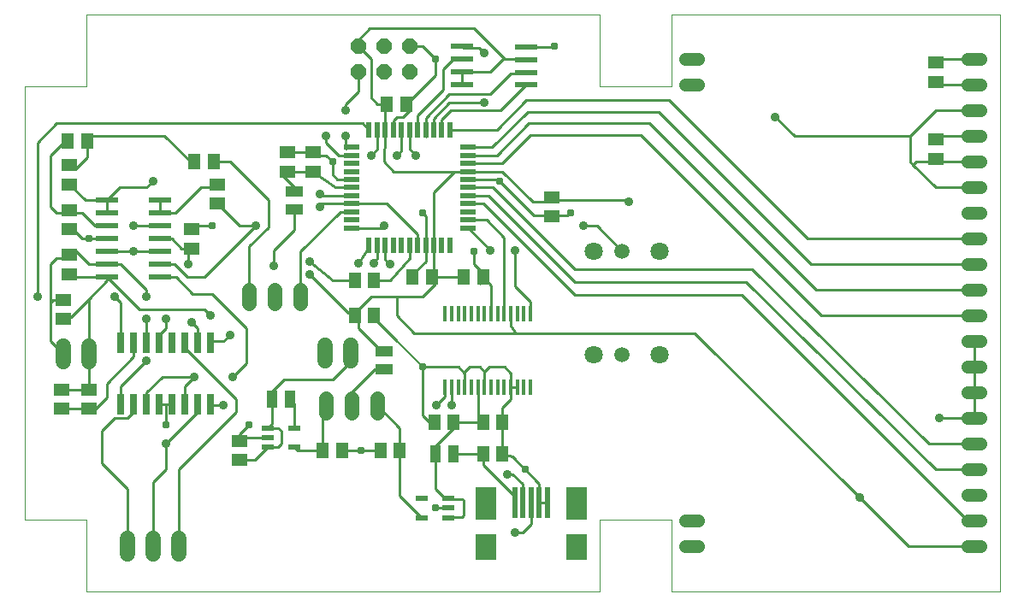
<source format=gtl>
G75*
G70*
%OFA0B0*%
%FSLAX24Y24*%
%IPPOS*%
%LPD*%
%AMOC8*
5,1,8,0,0,1.08239X$1,22.5*
%
%ADD10C,0.0010*%
%ADD11R,0.0217X0.0610*%
%ADD12R,0.0610X0.0217*%
%ADD13R,0.0512X0.0591*%
%ADD14R,0.0591X0.0512*%
%ADD15R,0.0701X0.0402*%
%ADD16OC8,0.0600*%
%ADD17R,0.0866X0.0236*%
%ADD18R,0.0260X0.0800*%
%ADD19R,0.0157X0.0591*%
%ADD20C,0.0515*%
%ADD21C,0.0594*%
%ADD22C,0.0709*%
%ADD23R,0.0787X0.0984*%
%ADD24R,0.0787X0.1299*%
%ADD25R,0.0197X0.1220*%
%ADD26R,0.0472X0.0217*%
%ADD27C,0.0600*%
%ADD28R,0.0402X0.0701*%
%ADD29C,0.0560*%
%ADD30R,0.0866X0.0197*%
%ADD31C,0.0100*%
%ADD32C,0.0070*%
%ADD33C,0.0310*%
%ADD34C,0.0360*%
D10*
X002511Y000111D02*
X002511Y002911D01*
X000111Y002911D01*
X000111Y019811D01*
X002511Y019811D01*
X002511Y022611D01*
X022511Y022611D01*
X022511Y019811D01*
X025311Y019811D01*
X025311Y022611D01*
X038111Y022611D01*
X038111Y000111D01*
X025311Y000111D01*
X025311Y002911D01*
X022511Y002911D01*
X022511Y000111D01*
X002511Y000111D01*
D11*
X013536Y013597D03*
X013851Y013597D03*
X014166Y013597D03*
X014481Y013597D03*
X014796Y013597D03*
X015111Y013597D03*
X015426Y013597D03*
X015741Y013597D03*
X016056Y013597D03*
X016371Y013597D03*
X016686Y013597D03*
X016686Y018125D03*
X016371Y018125D03*
X016056Y018125D03*
X015741Y018125D03*
X015426Y018125D03*
X015111Y018125D03*
X014796Y018125D03*
X014481Y018125D03*
X014166Y018125D03*
X013851Y018125D03*
X013536Y018125D03*
D12*
X012847Y017436D03*
X012847Y017121D03*
X012847Y016806D03*
X012847Y016491D03*
X012847Y016176D03*
X012847Y015861D03*
X012847Y015546D03*
X012847Y015231D03*
X012847Y014916D03*
X012847Y014601D03*
X012847Y014286D03*
X017375Y014286D03*
X017375Y014601D03*
X017375Y014916D03*
X017375Y015231D03*
X017375Y015546D03*
X017375Y015861D03*
X017375Y016176D03*
X017375Y016491D03*
X017375Y016806D03*
X017375Y017121D03*
X017375Y017436D03*
D13*
X014985Y019111D03*
X014237Y019111D03*
X007485Y016861D03*
X006737Y016861D03*
X002543Y017683D03*
X001795Y017683D03*
X012987Y012236D03*
X013735Y012236D03*
X015237Y012361D03*
X015985Y012361D03*
X017237Y012361D03*
X017985Y012361D03*
X013735Y010861D03*
X012987Y010861D03*
X016087Y006711D03*
X016835Y006711D03*
X017987Y006711D03*
X018735Y006711D03*
X018735Y005461D03*
X017987Y005461D03*
X014735Y005611D03*
X013987Y005611D03*
X012485Y005611D03*
X011737Y005611D03*
D14*
X008486Y005237D03*
X008486Y005985D03*
X002611Y007237D03*
X001561Y007237D03*
X001561Y007985D03*
X002611Y007985D03*
X001611Y010737D03*
X001611Y011485D03*
X001861Y012487D03*
X001861Y013235D03*
X001861Y014237D03*
X001861Y014985D03*
X001861Y015987D03*
X001861Y016735D03*
X006611Y014235D03*
X006611Y013487D03*
X007611Y015237D03*
X007611Y015985D03*
X010361Y016487D03*
X011361Y016487D03*
X011361Y017235D03*
X010361Y017235D03*
X020641Y015475D03*
X020641Y014727D03*
X035611Y016987D03*
X035611Y017735D03*
X035611Y019987D03*
X035611Y020735D03*
D15*
X014111Y009461D03*
X014111Y008760D03*
X010611Y015010D03*
X010611Y015711D03*
D16*
X013111Y020361D03*
X014111Y020361D03*
X015111Y020361D03*
X015111Y021361D03*
X014111Y021361D03*
X013111Y021361D03*
D17*
X005384Y015361D03*
X005384Y014861D03*
X005384Y014361D03*
X005384Y013861D03*
X005384Y013361D03*
X005384Y012861D03*
X005384Y012361D03*
X003337Y012361D03*
X003337Y012861D03*
X003337Y013361D03*
X003337Y013861D03*
X003337Y014361D03*
X003337Y014861D03*
X003337Y015361D03*
D18*
X003861Y009821D03*
X004361Y009821D03*
X004861Y009821D03*
X005361Y009821D03*
X005861Y009821D03*
X006361Y009821D03*
X006861Y009821D03*
X007361Y009821D03*
X007361Y007401D03*
X006861Y007401D03*
X006361Y007401D03*
X005861Y007401D03*
X005361Y007401D03*
X004861Y007401D03*
X004361Y007401D03*
X003861Y007401D03*
D19*
X016497Y008084D03*
X016753Y008084D03*
X017009Y008084D03*
X017265Y008084D03*
X017521Y008084D03*
X017777Y008084D03*
X018033Y008084D03*
X018289Y008084D03*
X018545Y008084D03*
X018801Y008084D03*
X019057Y008084D03*
X019312Y008084D03*
X019568Y008084D03*
X019824Y008084D03*
X019824Y010938D03*
X019568Y010938D03*
X019312Y010938D03*
X019057Y010938D03*
X018801Y010938D03*
X018545Y010938D03*
X018289Y010938D03*
X018033Y010938D03*
X017777Y010938D03*
X017521Y010938D03*
X017265Y010938D03*
X017009Y010938D03*
X016753Y010938D03*
X016497Y010938D03*
D20*
X025854Y002862D02*
X026369Y002862D01*
X026369Y001862D02*
X025854Y001862D01*
X036854Y001862D02*
X037369Y001862D01*
X037369Y002862D02*
X036854Y002862D01*
X036854Y003862D02*
X037369Y003862D01*
X037369Y004862D02*
X036854Y004862D01*
X036854Y005862D02*
X037369Y005862D01*
X037369Y006862D02*
X036854Y006862D01*
X036854Y007862D02*
X037369Y007862D01*
X037369Y008862D02*
X036854Y008862D01*
X036854Y009862D02*
X037369Y009862D01*
X037369Y010862D02*
X036854Y010862D01*
X036854Y011862D02*
X037369Y011862D01*
X037369Y012862D02*
X036854Y012862D01*
X036854Y013862D02*
X037369Y013862D01*
X037369Y014862D02*
X036854Y014862D01*
X036854Y015862D02*
X037369Y015862D01*
X037369Y016862D02*
X036854Y016862D01*
X036854Y017862D02*
X037369Y017862D01*
X037369Y018862D02*
X036854Y018862D01*
X036854Y019862D02*
X037369Y019862D01*
X037369Y020862D02*
X036854Y020862D01*
X026369Y020862D02*
X025854Y020862D01*
X025854Y019862D02*
X026369Y019862D01*
D21*
X023386Y013388D03*
X023386Y009333D03*
D22*
X022284Y009333D03*
X024843Y009333D03*
X024843Y013388D03*
X022284Y013388D03*
D23*
X021620Y001844D03*
X018076Y001844D03*
D24*
X018076Y003537D03*
X021620Y003537D03*
D25*
X020478Y003576D03*
X020163Y003576D03*
X019848Y003576D03*
X019533Y003576D03*
X019218Y003576D03*
D26*
X016623Y003735D03*
X016623Y003361D03*
X016623Y002987D03*
X015599Y002987D03*
X015599Y003735D03*
X010623Y005737D03*
X009599Y005737D03*
X009599Y006111D03*
X009599Y006485D03*
X010623Y006485D03*
D27*
X011837Y009108D02*
X011837Y009708D01*
X012837Y009708D02*
X012837Y009108D01*
X002611Y009061D02*
X002611Y009661D01*
X001611Y009661D02*
X001611Y009061D01*
X004111Y002161D02*
X004111Y001561D01*
X005111Y001561D02*
X005111Y002161D01*
X006111Y002161D02*
X006111Y001561D01*
D28*
X009760Y007611D03*
X010461Y007611D03*
X016110Y005461D03*
X016811Y005461D03*
D29*
X013861Y007081D02*
X013861Y007641D01*
X012861Y007641D02*
X012861Y007081D01*
X011861Y007081D02*
X011861Y007641D01*
X010861Y011331D02*
X010861Y011891D01*
X009861Y011891D02*
X009861Y011331D01*
X008861Y011331D02*
X008861Y011891D01*
D30*
X017169Y019861D03*
X017169Y020361D03*
X017169Y020861D03*
X017169Y021361D03*
X019653Y021357D03*
X019653Y020857D03*
X019653Y020357D03*
X019653Y019861D03*
D31*
X018653Y018861D01*
X016711Y018861D01*
X016371Y018521D01*
X016371Y018125D01*
X016686Y018125D02*
X018525Y018125D01*
X019661Y019261D01*
X025211Y019261D01*
X030611Y013861D01*
X037111Y013861D01*
X037112Y013862D01*
X037112Y012862D02*
X037111Y012861D01*
X030761Y012861D01*
X024811Y018811D01*
X019711Y018811D01*
X018336Y017436D01*
X017375Y017436D01*
X017375Y017121D02*
X018521Y017121D01*
X019761Y018361D01*
X024461Y018361D01*
X030961Y011861D01*
X037111Y011861D01*
X037112Y011862D01*
X037112Y010862D02*
X037111Y010861D01*
X031161Y010861D01*
X024111Y017911D01*
X019811Y017911D01*
X018706Y016806D01*
X017375Y016806D01*
X017375Y016491D02*
X017370Y016486D01*
X016861Y016486D01*
X016056Y015681D01*
X016056Y013597D01*
X016056Y012432D01*
X015985Y012361D01*
X017237Y012361D01*
X017861Y012237D02*
X017985Y012361D01*
X018289Y012057D01*
X018289Y010938D01*
X018801Y010938D02*
X018801Y013921D01*
X018111Y014611D01*
X017384Y014611D01*
X017375Y014601D01*
X017375Y014286D02*
X017436Y014286D01*
X018261Y013411D01*
X017611Y013361D02*
X017611Y012861D01*
X018111Y012361D01*
X017861Y012237D02*
X017861Y012111D01*
X019211Y012011D02*
X019811Y011411D01*
X019811Y010951D01*
X019824Y010938D01*
X019057Y010938D02*
X019057Y010490D01*
X019261Y010186D01*
X026236Y010186D01*
X032661Y003761D01*
X034561Y001861D01*
X037111Y001861D01*
X037111Y001862D01*
X037111Y002862D02*
X036860Y002862D01*
X028061Y011661D01*
X021561Y011661D01*
X017991Y015231D01*
X017375Y015231D01*
X017375Y015546D02*
X018176Y015546D01*
X021561Y012161D01*
X028211Y012161D01*
X035611Y004861D01*
X037111Y004861D01*
X037112Y004862D01*
X037112Y005862D02*
X035362Y005862D01*
X035361Y005861D01*
X028461Y012661D01*
X021561Y012661D01*
X018361Y015861D01*
X017375Y015861D01*
X017375Y016176D02*
X018546Y016176D01*
X018611Y016111D01*
X019961Y014761D01*
X020307Y014761D01*
X020641Y014727D01*
X020575Y014761D01*
X021261Y014761D01*
X021361Y014861D01*
X021873Y014361D02*
X022414Y014361D01*
X023386Y013388D01*
X023661Y015311D02*
X023661Y015361D01*
X020461Y015361D01*
X020641Y015475D01*
X020405Y015311D01*
X019911Y015311D01*
X018731Y016491D01*
X017375Y016491D01*
X016861Y016486D02*
X014486Y016486D01*
X014111Y016861D01*
X014111Y017361D01*
X014166Y017416D01*
X014166Y018125D01*
X014166Y019040D01*
X014237Y019111D01*
X013861Y019111D01*
X013611Y019361D01*
X013611Y020861D01*
X013111Y021361D01*
X013111Y021611D01*
X013561Y022061D01*
X017611Y022061D01*
X018811Y020861D01*
X018761Y020861D01*
X018261Y020361D01*
X017169Y020361D01*
X017169Y019861D01*
X016661Y019511D02*
X018261Y019511D01*
X019061Y020311D01*
X019607Y020311D01*
X019653Y020357D01*
X019653Y020857D02*
X019649Y020861D01*
X018811Y020861D01*
X018011Y021111D02*
X017811Y021311D01*
X017219Y021311D01*
X017169Y021361D01*
X017169Y020861D02*
X016811Y020861D01*
X016411Y020461D01*
X016411Y019661D01*
X015426Y018676D01*
X015426Y018125D01*
X015741Y018125D02*
X015741Y018591D01*
X016661Y019511D01*
X016661Y019161D02*
X018011Y019161D01*
X016661Y019161D02*
X016056Y018556D01*
X016056Y018125D01*
X015741Y018125D02*
X015741Y017831D01*
X015111Y018125D02*
X015111Y017361D01*
X015361Y017111D01*
X014796Y017296D02*
X014611Y017111D01*
X014796Y017296D02*
X014796Y018125D01*
X014481Y018125D02*
X014481Y018481D01*
X014611Y018611D01*
X014861Y018611D01*
X015111Y018861D01*
X015111Y018985D01*
X014985Y019111D01*
X016111Y020237D01*
X016111Y020861D01*
X015611Y021361D01*
X015111Y021361D01*
X013111Y020361D02*
X013111Y019611D01*
X012611Y019111D01*
X012611Y018861D01*
X013300Y018361D02*
X013536Y018125D01*
X013851Y018125D02*
X013851Y017371D01*
X013611Y017111D01*
X012847Y017121D02*
X012611Y017111D01*
X012361Y017111D01*
X011861Y017611D01*
X011861Y017861D01*
X012611Y017861D02*
X012611Y017361D01*
X012847Y017436D01*
X012111Y016861D02*
X011861Y017111D01*
X011485Y017111D01*
X011361Y017235D01*
X010361Y017235D01*
X010361Y016487D02*
X010235Y016361D01*
X010111Y016361D01*
X010611Y015861D01*
X010611Y015711D01*
X009611Y015361D02*
X008111Y016861D01*
X007485Y016861D01*
X006737Y016861D02*
X006581Y016861D01*
X005561Y017881D01*
X002741Y017881D01*
X002543Y017683D01*
X002543Y017043D01*
X002111Y016611D01*
X001985Y016611D01*
X001861Y016735D01*
X001111Y017111D02*
X001611Y017611D01*
X001795Y017683D01*
X001361Y018361D02*
X013300Y018361D01*
X012111Y016861D02*
X012111Y016361D01*
X012296Y016176D01*
X012847Y016176D01*
X012847Y015861D02*
X012237Y015861D01*
X011361Y016487D01*
X010361Y016487D01*
X011611Y015611D02*
X011676Y015546D01*
X012847Y015546D01*
X012852Y015236D02*
X012847Y015231D01*
X011731Y015231D01*
X011611Y015111D01*
X012416Y014916D02*
X010861Y013361D01*
X010861Y011611D01*
X012111Y012236D02*
X011236Y012986D01*
X011236Y012486D02*
X012735Y010987D01*
X012861Y010987D01*
X012987Y010861D01*
X013111Y010737D01*
X013111Y010361D01*
X014010Y009461D01*
X014111Y009461D01*
X014611Y009861D02*
X013611Y010861D01*
X013111Y010737D02*
X013111Y011111D01*
X013611Y011611D01*
X014611Y011611D01*
X014611Y010861D01*
X015286Y010186D01*
X019261Y010186D01*
X018811Y008861D02*
X018211Y008861D01*
X018033Y008683D01*
X017855Y008861D01*
X017461Y008861D01*
X017265Y008665D01*
X017265Y008084D01*
X017265Y008607D01*
X017011Y008861D01*
X015611Y008861D01*
X015611Y006986D01*
X015886Y006711D01*
X016087Y006711D01*
X016835Y006711D02*
X016835Y006485D01*
X016061Y005711D01*
X016061Y005510D01*
X016110Y005461D01*
X016111Y005460D01*
X016111Y004111D01*
X016487Y003735D01*
X016623Y003735D01*
X016661Y003711D01*
X017161Y003711D01*
X017211Y003661D01*
X017211Y003061D01*
X017161Y003011D01*
X016661Y003011D01*
X016623Y002987D01*
X016623Y003361D02*
X016111Y003361D01*
X015599Y002987D02*
X014735Y003851D01*
X014735Y005611D01*
X014735Y006487D01*
X013861Y007361D01*
X012861Y007361D02*
X012861Y007861D01*
X013760Y008760D01*
X014111Y008760D01*
X012837Y009087D02*
X012837Y009408D01*
X012837Y009087D02*
X012111Y008361D01*
X010236Y008361D01*
X009736Y007861D01*
X009736Y007635D01*
X009760Y007611D01*
X009760Y006646D01*
X009599Y006485D01*
X009987Y006485D01*
X010111Y006361D01*
X010111Y005861D01*
X009987Y005737D01*
X009599Y005737D01*
X009099Y005237D01*
X008486Y005237D01*
X008486Y005985D02*
X008486Y006236D01*
X008861Y006611D01*
X008612Y006111D02*
X008486Y005985D01*
X008612Y006111D02*
X009599Y006111D01*
X010623Y006485D02*
X010623Y007449D01*
X010461Y007611D01*
X011737Y007237D02*
X011861Y007361D01*
X011737Y007237D02*
X011737Y005611D01*
X010749Y005611D01*
X010623Y005737D01*
X010625Y005735D01*
X012485Y005611D02*
X013236Y005611D01*
X013987Y005611D01*
X016811Y005461D02*
X017987Y005461D01*
X017987Y005035D01*
X019211Y003811D01*
X019211Y003583D01*
X019218Y003576D01*
X019511Y003598D02*
X019533Y003576D01*
X019511Y003598D02*
X019511Y004311D01*
X019136Y004686D01*
X018936Y004686D01*
X019111Y005361D02*
X018735Y005461D01*
X018735Y006711D01*
X018735Y007285D01*
X019061Y007611D01*
X019061Y008079D01*
X019057Y008084D01*
X019057Y008615D01*
X018811Y008861D01*
X018033Y008683D02*
X018033Y008084D01*
X017777Y008084D02*
X017777Y006921D01*
X017987Y006711D01*
X016835Y006711D01*
X016761Y007386D02*
X016753Y007393D01*
X016753Y008084D01*
X016497Y008084D02*
X016497Y007722D01*
X016161Y007386D01*
X019057Y008084D02*
X019312Y008084D01*
X019111Y005361D02*
X020163Y004309D01*
X020163Y003576D01*
X020478Y003576D01*
X019848Y003576D02*
X019848Y002748D01*
X019511Y002411D01*
X019211Y002411D01*
X008361Y007111D02*
X006111Y004861D01*
X006111Y001861D01*
X005111Y001861D02*
X005111Y004361D01*
X005611Y004861D01*
X005611Y005861D01*
X006861Y007111D01*
X006861Y007401D01*
X006361Y007401D02*
X006361Y008111D01*
X006736Y008486D01*
X005486Y008486D01*
X004861Y007861D01*
X004861Y007401D01*
X004361Y007401D02*
X004361Y007111D01*
X004111Y006861D01*
X003611Y006861D01*
X003111Y006361D01*
X003111Y005111D01*
X004111Y004111D01*
X004111Y001861D01*
X005611Y006611D02*
X005611Y007401D01*
X005361Y007401D01*
X005611Y007401D02*
X005861Y007401D01*
X007361Y007401D02*
X007361Y007361D01*
X007861Y007361D01*
X008361Y007111D02*
X008361Y007611D01*
X006361Y009611D01*
X006361Y009821D01*
X006861Y009821D02*
X006861Y010361D01*
X006611Y010611D01*
X007111Y011111D02*
X007361Y010861D01*
X007111Y011111D02*
X004587Y011111D01*
X003337Y012361D01*
X003337Y012237D01*
X002611Y011511D01*
X001911Y010811D01*
X001685Y010811D01*
X001611Y010737D01*
X001111Y011361D02*
X001111Y009861D01*
X001611Y009361D01*
X002611Y009361D02*
X002611Y011511D01*
X001611Y011485D02*
X001235Y011485D01*
X001111Y011361D01*
X001111Y012861D01*
X001361Y013111D01*
X001611Y013111D01*
X001611Y013361D01*
X001861Y013235D01*
X001735Y013361D01*
X001611Y013361D01*
X001861Y013235D02*
X001987Y013361D01*
X002111Y013361D01*
X002611Y012861D01*
X003337Y012861D01*
X003861Y012861D01*
X004861Y011861D01*
X004861Y011611D01*
X003861Y011361D02*
X003861Y009821D01*
X004361Y009821D02*
X004361Y009261D01*
X003311Y008211D01*
X003311Y007661D01*
X002887Y007237D01*
X002611Y007237D01*
X001561Y007237D01*
X001561Y007985D02*
X002611Y007985D01*
X002611Y009361D01*
X003861Y008111D02*
X003861Y007401D01*
X003861Y008111D02*
X004861Y009111D01*
X004861Y009821D02*
X004861Y010736D01*
X005611Y010736D02*
X005611Y010361D01*
X005361Y010111D01*
X005361Y009821D01*
X007361Y009821D02*
X007361Y009861D01*
X007861Y009861D01*
X008111Y010111D01*
X008761Y010361D02*
X007411Y011711D01*
X006661Y011711D01*
X006011Y012361D01*
X005384Y012361D01*
X005384Y012861D02*
X005961Y012861D01*
X006461Y012361D01*
X007111Y012361D01*
X009111Y014361D01*
X008487Y014361D01*
X007611Y015237D01*
X007487Y015861D02*
X006986Y015861D01*
X005986Y014861D01*
X005384Y014861D01*
X005384Y015361D01*
X004861Y015861D02*
X003837Y015861D01*
X003337Y015361D01*
X003337Y014861D01*
X003337Y014361D02*
X002861Y014361D01*
X002361Y014861D01*
X001985Y014861D01*
X001861Y014985D01*
X001861Y014861D01*
X001361Y014861D01*
X001111Y015111D01*
X001111Y017111D01*
X000611Y017611D02*
X001361Y018361D01*
X000611Y017611D02*
X000611Y011611D01*
X001861Y012487D02*
X001987Y012361D01*
X003337Y012361D01*
X003611Y011611D02*
X003861Y011361D01*
X006486Y012861D02*
X006486Y013362D01*
X006611Y013487D01*
X006235Y013487D01*
X005861Y013861D01*
X005384Y013861D01*
X005384Y014361D02*
X004361Y014361D01*
X003337Y013861D02*
X002611Y013861D01*
X002361Y013861D01*
X002111Y014111D01*
X001987Y014111D01*
X001861Y014237D01*
X003337Y013361D02*
X004361Y013361D01*
X005384Y013361D01*
X006611Y014361D02*
X007423Y014361D01*
X008861Y013561D02*
X009611Y014311D01*
X009611Y015361D01*
X010611Y015010D02*
X010611Y014211D01*
X009811Y013411D01*
X009811Y012811D01*
X009836Y012786D01*
X008861Y013561D02*
X008861Y011611D01*
X008761Y010361D02*
X008761Y009011D01*
X008236Y008486D01*
X008237Y008487D01*
X012111Y012236D02*
X012987Y012236D01*
X013735Y012236D02*
X014361Y012236D01*
X015111Y013111D01*
X015111Y013597D01*
X015426Y013597D02*
X015426Y014046D01*
X014236Y015236D01*
X012852Y015236D01*
X012847Y014916D02*
X012416Y014916D01*
X012847Y014286D02*
X014036Y014286D01*
X014111Y014361D01*
X014166Y013597D02*
X014166Y013056D01*
X014361Y012861D01*
X013851Y013101D02*
X013711Y012898D01*
X013851Y013101D02*
X013851Y013597D01*
X013536Y013597D02*
X013536Y013536D01*
X013111Y012923D01*
X015237Y012361D02*
X015361Y012485D01*
X015361Y012611D01*
X015741Y012991D01*
X015741Y013597D01*
X015741Y014731D01*
X015611Y014861D01*
X015985Y012361D02*
X016111Y012235D01*
X016111Y012111D01*
X015611Y011611D01*
X014611Y011611D01*
X019211Y012011D02*
X019211Y013411D01*
X029361Y018611D02*
X030111Y017861D01*
X034611Y017861D01*
X034611Y016861D01*
X034736Y016736D01*
X034862Y016862D01*
X037112Y016862D01*
X035736Y016862D01*
X035611Y016987D01*
X035611Y017735D02*
X035738Y017862D01*
X037112Y017862D01*
X037112Y018862D02*
X035612Y018862D01*
X034611Y017861D01*
X034736Y016736D02*
X035611Y015861D01*
X037111Y015861D01*
X037112Y015862D01*
X037112Y019862D02*
X035736Y019862D01*
X035611Y019987D01*
X035611Y020735D02*
X035738Y020862D01*
X037112Y020862D01*
X020761Y021361D02*
X020757Y021357D01*
X019653Y021357D01*
X007611Y015985D02*
X007487Y015861D01*
X006737Y016861D02*
X006611Y016861D01*
X005111Y016111D02*
X004861Y015861D01*
X003337Y015361D02*
X002487Y015361D01*
X001861Y015987D01*
X035761Y006861D02*
X035762Y006862D01*
X037112Y006862D01*
X037112Y007862D01*
X037112Y008862D01*
X037112Y009862D01*
D32*
X037111Y001862D02*
X037111Y001861D01*
X018111Y012361D02*
X017985Y012361D01*
X014611Y009861D02*
X015611Y008861D01*
X013735Y010861D02*
X013611Y010861D01*
X006611Y014235D02*
X006611Y014361D01*
D33*
X007423Y014361D03*
X012111Y016861D03*
X015611Y014861D03*
X017611Y013361D03*
X021386Y014861D03*
X018611Y016111D03*
X016111Y020861D03*
X020761Y021361D03*
X002611Y013861D03*
X005611Y006611D03*
X008861Y006611D03*
X013236Y005611D03*
X016111Y003361D03*
X019611Y004861D03*
X015611Y008861D03*
D34*
X016161Y007386D03*
X016761Y007386D03*
X018936Y004686D03*
X019211Y002411D03*
X008236Y008486D03*
X006736Y008486D03*
X007861Y007361D03*
X005611Y005861D03*
X004861Y009111D03*
X004861Y010736D03*
X005611Y010736D03*
X006611Y010611D03*
X007361Y010861D03*
X008111Y010111D03*
X004861Y011611D03*
X003611Y011611D03*
X006486Y012861D03*
X004361Y013361D03*
X004361Y014361D03*
X005111Y016111D03*
X009111Y014361D03*
X011236Y012986D03*
X011236Y012486D03*
X009811Y012811D03*
X013111Y012923D03*
X013711Y012898D03*
X014361Y012861D03*
X014111Y014361D03*
X011611Y015111D03*
X011611Y015611D03*
X013611Y017111D03*
X014611Y017111D03*
X015361Y017111D03*
X012611Y017861D03*
X011861Y017861D03*
X012611Y018861D03*
X018011Y019161D03*
X018011Y021111D03*
X023661Y015311D03*
X021873Y014361D03*
X019211Y013411D03*
X018261Y013411D03*
X029361Y018611D03*
X035761Y006861D03*
X032661Y003761D03*
X000611Y011611D03*
M02*

</source>
